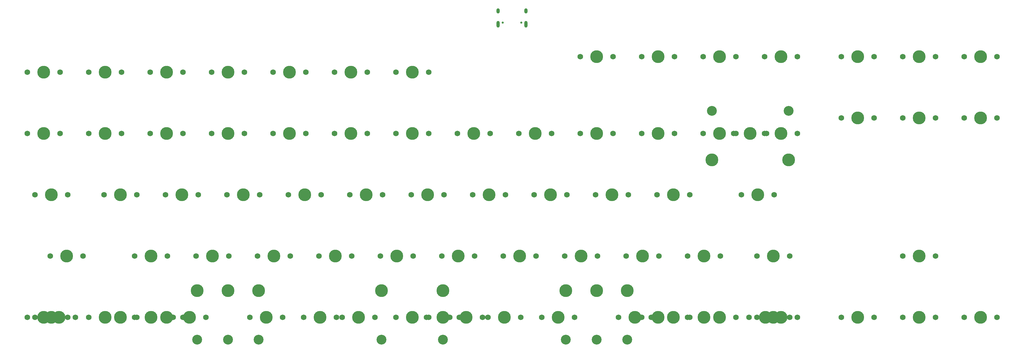
<source format=gbr>
%TF.GenerationSoftware,KiCad,Pcbnew,(6.0.9)*%
%TF.CreationDate,2022-11-27T16:26:36-08:00*%
%TF.ProjectId,40s-2040rmie,3430732d-3230-4343-9072-6d69652e6b69,rev?*%
%TF.SameCoordinates,Original*%
%TF.FileFunction,Soldermask,Top*%
%TF.FilePolarity,Negative*%
%FSLAX46Y46*%
G04 Gerber Fmt 4.6, Leading zero omitted, Abs format (unit mm)*
G04 Created by KiCad (PCBNEW (6.0.9)) date 2022-11-27 16:26:36*
%MOMM*%
%LPD*%
G01*
G04 APERTURE LIST*
%ADD10C,3.987800*%
%ADD11C,1.750000*%
%ADD12C,3.048000*%
%ADD13C,0.650000*%
%ADD14O,1.000000X1.600000*%
%ADD15O,1.000000X2.100000*%
G04 APERTURE END LIST*
D10*
%TO.C,MX4-9_1*%
X245262500Y-126200000D03*
D11*
X250342500Y-126200000D03*
X240182500Y-126200000D03*
%TD*%
D10*
%TO.C,MX4-7_2*%
X173825000Y-126200000D03*
D11*
X168745000Y-126200000D03*
X178905000Y-126200000D03*
%TD*%
%TO.C,MX3-2*%
X97307500Y-107150000D03*
D10*
X102387500Y-107150000D03*
D11*
X107467500Y-107150000D03*
%TD*%
%TO.C,MX3-14*%
X326542500Y-107150000D03*
X316382500Y-107150000D03*
D10*
X321462500Y-107150000D03*
%TD*%
%TO.C,ST-2_0*%
X211925000Y-117945000D03*
D12*
X211925000Y-133185000D03*
X116675000Y-133185000D03*
D10*
X116675000Y-117945000D03*
%TD*%
D11*
%TO.C,MX0-9*%
X226530000Y-45237500D03*
D10*
X221450000Y-45237500D03*
D11*
X216370000Y-45237500D03*
%TD*%
D10*
%TO.C,MX4-0_1*%
X54762500Y-126200000D03*
D11*
X59842500Y-126200000D03*
X49682500Y-126200000D03*
%TD*%
D10*
%TO.C,MX4-0_2*%
X52381250Y-126200000D03*
D11*
X57461250Y-126200000D03*
X47301250Y-126200000D03*
%TD*%
%TO.C,MX2-10*%
X250342500Y-88100000D03*
D10*
X245262500Y-88100000D03*
D11*
X240182500Y-88100000D03*
%TD*%
%TO.C,MX4-7_4*%
X186048750Y-126200000D03*
D10*
X180968750Y-126200000D03*
D11*
X175888750Y-126200000D03*
%TD*%
%TO.C,MX1-7*%
X188430000Y-69050000D03*
X178270000Y-69050000D03*
D10*
X183350000Y-69050000D03*
%TD*%
D11*
%TO.C,MX0-15*%
X345592500Y-45237500D03*
D10*
X340512500Y-45237500D03*
D11*
X335432500Y-45237500D03*
%TD*%
%TO.C,MX4-4_4*%
X152711250Y-126200000D03*
D10*
X147631250Y-126200000D03*
D11*
X142551250Y-126200000D03*
%TD*%
D10*
%TO.C,MX0-2*%
X88100000Y-50000000D03*
D11*
X83020000Y-50000000D03*
X93180000Y-50000000D03*
%TD*%
%TO.C,MX1-B12*%
X263995000Y-69050000D03*
X274155000Y-69050000D03*
D10*
X269075000Y-69050000D03*
%TD*%
D11*
%TO.C,MX0-14*%
X316382500Y-45237500D03*
D10*
X321462500Y-45237500D03*
D11*
X326542500Y-45237500D03*
%TD*%
D10*
%TO.C,MX0-3*%
X107150000Y-50000000D03*
D11*
X112230000Y-50000000D03*
X102070000Y-50000000D03*
%TD*%
D10*
%TO.C,MX0-10*%
X240500000Y-45237500D03*
D11*
X245580000Y-45237500D03*
X235420000Y-45237500D03*
%TD*%
%TO.C,MX4-10_0*%
X254470000Y-126200000D03*
X264630000Y-126200000D03*
D10*
X259550000Y-126200000D03*
%TD*%
D11*
%TO.C,MX1-15*%
X335432500Y-64287500D03*
D10*
X340512500Y-64287500D03*
D11*
X345592500Y-64287500D03*
%TD*%
%TO.C,MX3-3*%
X116357500Y-107150000D03*
X126517500Y-107150000D03*
D10*
X121437500Y-107150000D03*
%TD*%
D12*
%TO.C,ST-3_0*%
X154775000Y-133185000D03*
D10*
X116675000Y-117945000D03*
X154775000Y-117945000D03*
D12*
X116675000Y-133185000D03*
%TD*%
D10*
%TO.C,MX1-8*%
X202400000Y-69050000D03*
D11*
X207480000Y-69050000D03*
X197320000Y-69050000D03*
%TD*%
D10*
%TO.C,ST-A_0*%
X280981250Y-77305000D03*
X257168750Y-77305000D03*
D12*
X280981250Y-62065000D03*
X257168750Y-62065000D03*
%TD*%
D11*
%TO.C,MX1-14*%
X316382500Y-64287500D03*
X326542500Y-64287500D03*
D10*
X321462500Y-64287500D03*
%TD*%
D11*
%TO.C,MX1-6*%
X159220000Y-69050000D03*
D10*
X164300000Y-69050000D03*
D11*
X169380000Y-69050000D03*
%TD*%
D10*
%TO.C,MX4-1_2*%
X73812500Y-126200000D03*
D11*
X68732500Y-126200000D03*
X78892500Y-126200000D03*
%TD*%
D10*
%TO.C,ST-3_1*%
X211925000Y-117945000D03*
X173825000Y-117945000D03*
D12*
X173825000Y-133185000D03*
X211925000Y-133185000D03*
%TD*%
D11*
%TO.C,MX4-4_0*%
X169380000Y-126200000D03*
D10*
X164300000Y-126200000D03*
D11*
X159220000Y-126200000D03*
%TD*%
%TO.C,MX2-11*%
X266376250Y-88100000D03*
D10*
X271456250Y-88100000D03*
D11*
X276536250Y-88100000D03*
%TD*%
%TO.C,MX3-10*%
X249707500Y-107150000D03*
D10*
X254787500Y-107150000D03*
D11*
X259867500Y-107150000D03*
%TD*%
D10*
%TO.C,MX2-1*%
X73812500Y-88100000D03*
D11*
X78892500Y-88100000D03*
X68732500Y-88100000D03*
%TD*%
D10*
%TO.C,MX1-4*%
X126200000Y-69050000D03*
D11*
X131280000Y-69050000D03*
X121120000Y-69050000D03*
%TD*%
D12*
%TO.C,ST-0_0*%
X221450000Y-133185000D03*
X107150000Y-133185000D03*
D10*
X221450000Y-117945000D03*
X107150000Y-117945000D03*
%TD*%
D11*
%TO.C,MX4-3_4*%
X113976250Y-126200000D03*
D10*
X119056250Y-126200000D03*
D11*
X124136250Y-126200000D03*
%TD*%
%TO.C,MX3-9*%
X240817500Y-107150000D03*
X230657500Y-107150000D03*
D10*
X235737500Y-107150000D03*
%TD*%
%TO.C,MX4-2_2*%
X95243750Y-126200000D03*
D11*
X100323750Y-126200000D03*
X90163750Y-126200000D03*
%TD*%
%TO.C,MX1-13*%
X307492500Y-64287500D03*
D10*
X302412500Y-64287500D03*
D11*
X297332500Y-64287500D03*
%TD*%
%TO.C,MX3-11*%
X281298750Y-107150000D03*
D10*
X276218750Y-107150000D03*
D11*
X271138750Y-107150000D03*
%TD*%
D10*
%TO.C,MX2-8*%
X207162500Y-88100000D03*
D11*
X202082500Y-88100000D03*
X212242500Y-88100000D03*
%TD*%
%TO.C,MX2-5*%
X144932500Y-88100000D03*
X155092500Y-88100000D03*
D10*
X150012500Y-88100000D03*
%TD*%
D11*
%TO.C,MX2-3*%
X106832500Y-88100000D03*
X116992500Y-88100000D03*
D10*
X111912500Y-88100000D03*
%TD*%
D11*
%TO.C,MX3-8*%
X221767500Y-107150000D03*
D10*
X216687500Y-107150000D03*
D11*
X211607500Y-107150000D03*
%TD*%
%TO.C,MX1-11*%
X264630000Y-69050000D03*
D10*
X259550000Y-69050000D03*
D11*
X254470000Y-69050000D03*
%TD*%
%TO.C,MX4-14*%
X326542500Y-126200000D03*
D10*
X321462500Y-126200000D03*
D11*
X316382500Y-126200000D03*
%TD*%
%TO.C,MX1-1*%
X63970000Y-69050000D03*
D10*
X69050000Y-69050000D03*
D11*
X74130000Y-69050000D03*
%TD*%
%TO.C,MX3-4*%
X145567500Y-107150000D03*
D10*
X140487500Y-107150000D03*
D11*
X135407500Y-107150000D03*
%TD*%
%TO.C,MX3-5*%
X164617500Y-107150000D03*
D10*
X159537500Y-107150000D03*
D11*
X154457500Y-107150000D03*
%TD*%
D10*
%TO.C,MX0-13*%
X302412500Y-45237500D03*
D11*
X307492500Y-45237500D03*
X297332500Y-45237500D03*
%TD*%
D10*
%TO.C,MX4-9_2*%
X233356250Y-126200000D03*
D11*
X228276250Y-126200000D03*
X238436250Y-126200000D03*
%TD*%
%TO.C,MX4-4_3*%
X130645000Y-126200000D03*
D10*
X135725000Y-126200000D03*
D11*
X140805000Y-126200000D03*
%TD*%
%TO.C,MX1-A12*%
X283680000Y-69050000D03*
X273520000Y-69050000D03*
D10*
X278600000Y-69050000D03*
%TD*%
%TO.C,ST-1_0*%
X97625000Y-117945000D03*
D12*
X230975000Y-133185000D03*
X97625000Y-133185000D03*
D10*
X230975000Y-117945000D03*
%TD*%
D11*
%TO.C,MX1-2*%
X83020000Y-69050000D03*
D10*
X88100000Y-69050000D03*
D11*
X93180000Y-69050000D03*
%TD*%
D10*
%TO.C,MX1-10*%
X240500000Y-69050000D03*
D11*
X235420000Y-69050000D03*
X245580000Y-69050000D03*
%TD*%
D10*
%TO.C,MX4-2_0*%
X88100000Y-126200000D03*
D11*
X83020000Y-126200000D03*
X93180000Y-126200000D03*
%TD*%
%TO.C,MX1-3*%
X102070000Y-69050000D03*
D10*
X107150000Y-69050000D03*
D11*
X112230000Y-69050000D03*
%TD*%
%TO.C,MX4-13*%
X297332500Y-126200000D03*
D10*
X302412500Y-126200000D03*
D11*
X307492500Y-126200000D03*
%TD*%
%TO.C,MX1-5*%
X140170000Y-69050000D03*
D10*
X145250000Y-69050000D03*
D11*
X150330000Y-69050000D03*
%TD*%
%TO.C,MX2-6*%
X163982500Y-88100000D03*
D10*
X169062500Y-88100000D03*
D11*
X174142500Y-88100000D03*
%TD*%
%TO.C,MX4-11_2*%
X271138750Y-126200000D03*
X281298750Y-126200000D03*
D10*
X276218750Y-126200000D03*
%TD*%
D11*
%TO.C,MX4-8_4*%
X214623750Y-126200000D03*
D10*
X209543750Y-126200000D03*
D11*
X204463750Y-126200000D03*
%TD*%
%TO.C,MX2-7*%
X193192500Y-88100000D03*
D10*
X188112500Y-88100000D03*
D11*
X183032500Y-88100000D03*
%TD*%
%TO.C,MX2-9*%
X231292500Y-88100000D03*
D10*
X226212500Y-88100000D03*
D11*
X221132500Y-88100000D03*
%TD*%
D10*
%TO.C,MX4-11_0*%
X278600000Y-126200000D03*
D11*
X283680000Y-126200000D03*
X273520000Y-126200000D03*
%TD*%
%TO.C,MX4-1_0*%
X63970000Y-126200000D03*
X74130000Y-126200000D03*
D10*
X69050000Y-126200000D03*
%TD*%
D11*
%TO.C,MX4-10_2*%
X249707500Y-126200000D03*
D10*
X254787500Y-126200000D03*
D11*
X259867500Y-126200000D03*
%TD*%
D10*
%TO.C,MX0-5*%
X145250000Y-50000000D03*
D11*
X150330000Y-50000000D03*
X140170000Y-50000000D03*
%TD*%
D10*
%TO.C,MX4-2_1*%
X83337500Y-126200000D03*
D11*
X78257500Y-126200000D03*
X88417500Y-126200000D03*
%TD*%
%TO.C,MX4-11_1*%
X268757500Y-126200000D03*
D10*
X273837500Y-126200000D03*
D11*
X278917500Y-126200000D03*
%TD*%
%TO.C,MX0-1*%
X74130000Y-50000000D03*
D10*
X69050000Y-50000000D03*
D11*
X63970000Y-50000000D03*
%TD*%
%TO.C,MX3-1*%
X88417500Y-107150000D03*
X78257500Y-107150000D03*
D10*
X83337500Y-107150000D03*
%TD*%
D11*
%TO.C,MX3-7*%
X202717500Y-107150000D03*
D10*
X197637500Y-107150000D03*
D11*
X192557500Y-107150000D03*
%TD*%
%TO.C,MX0-6*%
X159220000Y-50000000D03*
X169380000Y-50000000D03*
D10*
X164300000Y-50000000D03*
%TD*%
%TO.C,MX4-9_0*%
X240500000Y-126200000D03*
D11*
X245580000Y-126200000D03*
X235420000Y-126200000D03*
%TD*%
D10*
%TO.C,MX4-0_0*%
X50000000Y-126200000D03*
D11*
X44920000Y-126200000D03*
X55080000Y-126200000D03*
%TD*%
%TO.C,MX2-2*%
X87782500Y-88100000D03*
D10*
X92862500Y-88100000D03*
D11*
X97942500Y-88100000D03*
%TD*%
D10*
%TO.C,MX0-12*%
X278600000Y-45237500D03*
D11*
X273520000Y-45237500D03*
X283680000Y-45237500D03*
%TD*%
%TO.C,MX1-9*%
X226530000Y-69050000D03*
D10*
X221450000Y-69050000D03*
D11*
X216370000Y-69050000D03*
%TD*%
%TO.C,MX2-4*%
X136042500Y-88100000D03*
X125882500Y-88100000D03*
D10*
X130962500Y-88100000D03*
%TD*%
D11*
%TO.C,MX4-15*%
X345592500Y-126200000D03*
D10*
X340512500Y-126200000D03*
D11*
X335432500Y-126200000D03*
%TD*%
%TO.C,MX1-0*%
X44920000Y-69050000D03*
D10*
X50000000Y-69050000D03*
D11*
X55080000Y-69050000D03*
%TD*%
D10*
%TO.C,MX2-0*%
X52381250Y-88100000D03*
D11*
X47301250Y-88100000D03*
X57461250Y-88100000D03*
%TD*%
%TO.C,MX3-0*%
X62223750Y-107150000D03*
D10*
X57143750Y-107150000D03*
D11*
X52063750Y-107150000D03*
%TD*%
%TO.C,MX3-6*%
X173507500Y-107150000D03*
X183667500Y-107150000D03*
D10*
X178587500Y-107150000D03*
%TD*%
D11*
%TO.C,MX4-7_3*%
X197955000Y-126200000D03*
X187795000Y-126200000D03*
D10*
X192875000Y-126200000D03*
%TD*%
%TO.C,MX0-0*%
X50000000Y-50000000D03*
D11*
X55080000Y-50000000D03*
X44920000Y-50000000D03*
%TD*%
%TO.C,MX0-11*%
X264630000Y-45237500D03*
X254470000Y-45237500D03*
D10*
X259550000Y-45237500D03*
%TD*%
%TO.C,MX0-4*%
X126200000Y-50000000D03*
D11*
X121120000Y-50000000D03*
X131280000Y-50000000D03*
%TD*%
D13*
%TO.C,USB1*%
X198138750Y-34612500D03*
X192358750Y-34612500D03*
D14*
X199568750Y-30962500D03*
D15*
X199568750Y-35142500D03*
X190928750Y-35142500D03*
D14*
X190928750Y-30962500D03*
%TD*%
M02*

</source>
